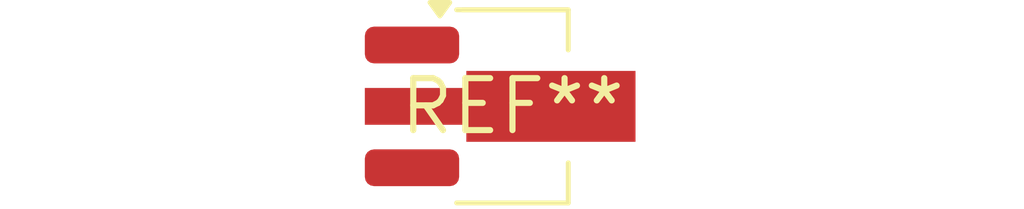
<source format=kicad_pcb>
(kicad_pcb (version 20240108) (generator pcbnew)
  (layers (0 "F.Cu" signal) (31 "B.Cu" signal) (34 "B.Paste" user) (35 "F.Paste" user) (36 "B.SilkS" user "B.Silkscreen") (37 "F.SilkS" user "F.Silkscreen") (38 "B.Mask" user) (39 "F.Mask" user) (44 "Edge.Cuts" user))
  (net 0 "")
  (footprint "SOT-89-3_Handsoldering" (layer "F.Cu") (at 0 0)
    (property "Reference" "REF**")
    (property "Value" "SOT-89-3_Handsoldering")
    (fp_line (start -1.36 -2.36) (end 1.36 -2.36) (layer "F.SilkS") (stroke (width 0.12)))
    (fp_line (start -1.22 -2.36) (end 1.36 -2.36) (layer "F.SilkS") (stroke (width 0.12)))
    (fp_line (start 1.36 -1.38) (end 1.36 -2.36) (layer "F.SilkS") (stroke (width 0.12)))
    (fp_line (start 1.36 1.38) (end 1.36 2.36) (layer "F.SilkS") (stroke (width 0.12)))
    (fp_line (start 1.36 2.36) (end -1.36 2.36) (layer "F.SilkS") (stroke (width 0.12)))
    (fp_poly (pts (xy -1.77 -2.21) (xy -2.01 -2.54) (xy -1.53 -2.54) (xy -1.77 -2.21)) (layer "F.SilkS") (stroke (width 0.12)) (fill solid))
    (pad "1" smd roundrect (at -2.45 -1.5) (size 2.3 0.9) (layers "F.Cu" "F.Paste" "F.Mask"))
    (pad "2" smd custom (at -2.3625 0) (size 2.475 0.9) (layers "F.Cu" "F.Paste" "F.Mask") (options (clearance outline) (anchor rect)) (primitives (gr_poly (pts (xy 5.3625 0.8665) (xy 1.2375 0.8665) (xy 1.2375 -0.8665) (xy 5.3625 -0.8665)) (width 0) (fill yes))))
    (pad "3" smd roundrect (at -2.45 1.5) (size 2.3 0.9) (layers "F.Cu" "F.Paste" "F.Mask"))
  )
)
</source>
